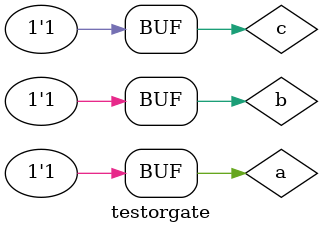
<source format=v>
 
module orgate ( output s, input  p, input  q); 
 
 assign s = p | q;
  
endmodule // orgate 
 
// --------------------- 
// -- test or gate 
// --------------------- 
module testorgate; 
// ------------------------- dados locais 
   reg   a, b, c; // definir registradores 
   wire  s, s1;    // definir conexao (fio) 
// ------------------------- instancia 
   orgate OR1 (s1, a, b); 
	orgate OR2 (s, s1, c);
// ------------------------- preparacao 
   initial begin:start 
                   // atribuicao simultanea 
                   // dos valores iniciais 
      a=0; b=0; c=0;
   end 
  
// ------------------------- parte principal 
 
   initial begin 
      $display("Exemplo0015 - Jenifer Henrique Moreira Borges - 427420"); 
      $display("Test OR gate"); 
      $display("\na & b = s1\n");
		$display("s1 & c = s\n");
		$monitor("%b & %b & %b = %b", a, b, c, s); 
      a=0; b=0; c=0;
  #1  a=0; b=0; c=1;
  #1  a=0; b=1; c=0;
  #1  a=0; b=1; c=1;
  #1  a=1; b=0; c=0;
  #1  a=1; b=0; c=1;
  #1  a=1; b=1; c=0;
  #1  a=1; b=1; c=1;
 end 
 
endmodule // testorgate
</source>
